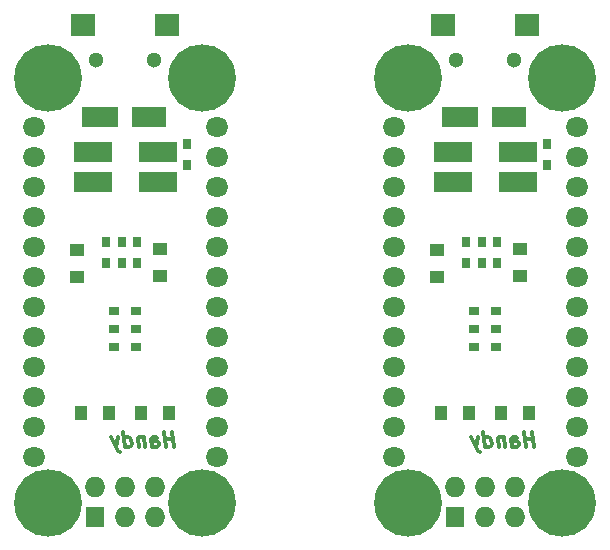
<source format=gbs>
%FSLAX46Y46*%
G04 Gerber Fmt 4.6, Leading zero omitted, Abs format (unit mm)*
G04 Created by KiCad (PCBNEW (2014-08-08 BZR 5060)-product) date tir 19 aug 2014 17:24:29 CEST*
%MOMM*%
G01*
G04 APERTURE LIST*
%ADD10C,0.150000*%
%ADD11C,0.304800*%
%ADD12O,1.905000X1.651000*%
%ADD13R,1.100000X1.300000*%
%ADD14R,1.300000X1.100000*%
%ADD15R,3.299460X1.699260*%
%ADD16R,0.900000X0.800000*%
%ADD17R,0.800000X0.900000*%
%ADD18R,2.100000X1.900000*%
%ADD19C,1.300000*%
%ADD20C,5.715000*%
%ADD21R,1.650000X1.700000*%
%ADD22O,1.727200X1.727200*%
%ADD23R,3.149600X1.800860*%
%ADD24R,2.895600X1.800860*%
G04 APERTURE END LIST*
D10*
D11*
X69571053Y-67503524D02*
X69412303Y-66233524D01*
X69487899Y-66838286D02*
X68762185Y-66838286D01*
X68845339Y-67503524D02*
X68686589Y-66233524D01*
X67696291Y-67503524D02*
X67613137Y-66838286D01*
X67658495Y-66717333D01*
X67771887Y-66656857D01*
X68013792Y-66656857D01*
X68142304Y-66717333D01*
X67688732Y-67443048D02*
X67817244Y-67503524D01*
X68119625Y-67503524D01*
X68233018Y-67443048D01*
X68278375Y-67322095D01*
X68263256Y-67201143D01*
X68187661Y-67080190D01*
X68059149Y-67019714D01*
X67756768Y-67019714D01*
X67628256Y-66959238D01*
X66985696Y-66656857D02*
X67091529Y-67503524D01*
X67000815Y-66777810D02*
X66932780Y-66717333D01*
X66804267Y-66656857D01*
X66622839Y-66656857D01*
X66509447Y-66717333D01*
X66464089Y-66838286D01*
X66547243Y-67503524D01*
X65398195Y-67503524D02*
X65239445Y-66233524D01*
X65390636Y-67443048D02*
X65519148Y-67503524D01*
X65761052Y-67503524D01*
X65874446Y-67443048D01*
X65927362Y-67382571D01*
X65972719Y-67261619D01*
X65927362Y-66898762D01*
X65851767Y-66777810D01*
X65783732Y-66717333D01*
X65655219Y-66656857D01*
X65413315Y-66656857D01*
X65299922Y-66717333D01*
X64808552Y-66656857D02*
X64612004Y-67503524D01*
X64203791Y-66656857D02*
X64612004Y-67503524D01*
X64770755Y-67805905D01*
X64838791Y-67866381D01*
X64967302Y-67926857D01*
X39091053Y-67503524D02*
X38932303Y-66233524D01*
X39007899Y-66838286D02*
X38282185Y-66838286D01*
X38365339Y-67503524D02*
X38206589Y-66233524D01*
X37216291Y-67503524D02*
X37133137Y-66838286D01*
X37178495Y-66717333D01*
X37291887Y-66656857D01*
X37533792Y-66656857D01*
X37662304Y-66717333D01*
X37208732Y-67443048D02*
X37337244Y-67503524D01*
X37639625Y-67503524D01*
X37753018Y-67443048D01*
X37798375Y-67322095D01*
X37783256Y-67201143D01*
X37707661Y-67080190D01*
X37579149Y-67019714D01*
X37276768Y-67019714D01*
X37148256Y-66959238D01*
X36505696Y-66656857D02*
X36611529Y-67503524D01*
X36520815Y-66777810D02*
X36452780Y-66717333D01*
X36324267Y-66656857D01*
X36142839Y-66656857D01*
X36029447Y-66717333D01*
X35984089Y-66838286D01*
X36067243Y-67503524D01*
X34918195Y-67503524D02*
X34759445Y-66233524D01*
X34910636Y-67443048D02*
X35039148Y-67503524D01*
X35281052Y-67503524D01*
X35394446Y-67443048D01*
X35447362Y-67382571D01*
X35492719Y-67261619D01*
X35447362Y-66898762D01*
X35371767Y-66777810D01*
X35303732Y-66717333D01*
X35175219Y-66656857D01*
X34933315Y-66656857D01*
X34819922Y-66717333D01*
X34328552Y-66656857D02*
X34132004Y-67503524D01*
X33723791Y-66656857D02*
X34132004Y-67503524D01*
X34290755Y-67805905D01*
X34358791Y-67866381D01*
X34487302Y-67926857D01*
D12*
X73152000Y-40386000D03*
X73152000Y-42926000D03*
X73152000Y-45466000D03*
X73152000Y-48006000D03*
X73152000Y-50546000D03*
X73152000Y-53086000D03*
X73152000Y-55626000D03*
X73152000Y-58166000D03*
X73152000Y-60706000D03*
X73152000Y-63246000D03*
X73152000Y-65786000D03*
X73152000Y-68326000D03*
D13*
X66795000Y-64643000D03*
X69095000Y-64643000D03*
X64015000Y-64643000D03*
X61715000Y-64643000D03*
D14*
X61341000Y-50793000D03*
X61341000Y-53093000D03*
X68376800Y-50716800D03*
X68376800Y-53016800D03*
D15*
X62654180Y-45085000D03*
X68155820Y-45085000D03*
X68160820Y-42541000D03*
X62659180Y-42541000D03*
D16*
X66305000Y-57531000D03*
X64505000Y-57531000D03*
X66305000Y-59029600D03*
X64505000Y-59029600D03*
D17*
X70662800Y-41848200D03*
X70662800Y-43648200D03*
X65151000Y-50154000D03*
X65151000Y-51954000D03*
X66446400Y-50154000D03*
X66446400Y-51954000D03*
X63754000Y-50154000D03*
X63754000Y-51954000D03*
D16*
X66305000Y-56007000D03*
X64505000Y-56007000D03*
D18*
X68992500Y-31742000D03*
X61817500Y-31742000D03*
D19*
X62980000Y-34742000D03*
X67830000Y-34742000D03*
D20*
X58905000Y-72263000D03*
X71905000Y-72263000D03*
X58905000Y-36263000D03*
X71905000Y-36263000D03*
D21*
X62870000Y-73441000D03*
D22*
X62870000Y-70901000D03*
X65410000Y-73441000D03*
X65410000Y-70901000D03*
X67950000Y-73441000D03*
X67950000Y-70901000D03*
D12*
X57658000Y-68326000D03*
X57658000Y-65786000D03*
X57658000Y-63246000D03*
X57658000Y-60706000D03*
X57658000Y-58166000D03*
X57658000Y-55626000D03*
X57658000Y-53086000D03*
X57658000Y-50546000D03*
X57658000Y-48006000D03*
X57658000Y-45466000D03*
X57658000Y-42926000D03*
X57658000Y-40386000D03*
D23*
X63284020Y-39591000D03*
D24*
X67408980Y-39591000D03*
D23*
X32804020Y-39591000D03*
D24*
X36928980Y-39591000D03*
D12*
X27178000Y-68326000D03*
X27178000Y-65786000D03*
X27178000Y-63246000D03*
X27178000Y-60706000D03*
X27178000Y-58166000D03*
X27178000Y-55626000D03*
X27178000Y-53086000D03*
X27178000Y-50546000D03*
X27178000Y-48006000D03*
X27178000Y-45466000D03*
X27178000Y-42926000D03*
X27178000Y-40386000D03*
D21*
X32390000Y-73441000D03*
D22*
X32390000Y-70901000D03*
X34930000Y-73441000D03*
X34930000Y-70901000D03*
X37470000Y-73441000D03*
X37470000Y-70901000D03*
D20*
X41425000Y-36263000D03*
X28425000Y-36263000D03*
X41425000Y-72263000D03*
X28425000Y-72263000D03*
D18*
X38512500Y-31742000D03*
X31337500Y-31742000D03*
D19*
X32500000Y-34742000D03*
X37350000Y-34742000D03*
D16*
X35825000Y-56007000D03*
X34025000Y-56007000D03*
D17*
X33274000Y-50154000D03*
X33274000Y-51954000D03*
X35966400Y-50154000D03*
X35966400Y-51954000D03*
X34671000Y-50154000D03*
X34671000Y-51954000D03*
X40182800Y-41848200D03*
X40182800Y-43648200D03*
D16*
X35825000Y-59029600D03*
X34025000Y-59029600D03*
X35825000Y-57531000D03*
X34025000Y-57531000D03*
D15*
X37680820Y-42541000D03*
X32179180Y-42541000D03*
X32174180Y-45085000D03*
X37675820Y-45085000D03*
D14*
X37896800Y-50716800D03*
X37896800Y-53016800D03*
X30861000Y-50793000D03*
X30861000Y-53093000D03*
D13*
X33535000Y-64643000D03*
X31235000Y-64643000D03*
X36315000Y-64643000D03*
X38615000Y-64643000D03*
D12*
X42672000Y-40386000D03*
X42672000Y-42926000D03*
X42672000Y-45466000D03*
X42672000Y-48006000D03*
X42672000Y-50546000D03*
X42672000Y-53086000D03*
X42672000Y-55626000D03*
X42672000Y-58166000D03*
X42672000Y-60706000D03*
X42672000Y-63246000D03*
X42672000Y-65786000D03*
X42672000Y-68326000D03*
M02*

</source>
